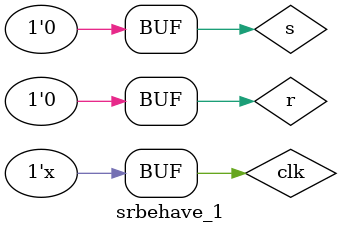
<source format=v>
`timescale 1ns / 1ps


module srbehave_1;

	// Inputs
	reg s;
	reg r;
	reg clk;

	// Outputs
	wire q;
	wire qb;

	// Instantiate the Unit Under Test (UUT)
	clock uut (
		.s(s), 
		.r(r), 
		.q(q), 
		.qb(qb), 
		.clk(clk)
	);
initial clk = 0;
      always #50 clk=~clk;
		

	initial begin
		
		// Initialize Inputs
		s = 1;
		r = 0;
		// Wait 100 ns for global reset to finish
		#100;
        
		// Add stimulus here
	// Initialize Inputs
		s = 0;
		r = 1;
		// Wait 100 ns for global reset to finish
		#100;
        
		// Add stimulus here
	// Initialize Inputs
		s = 0;
		r = 0;
		// Wait 10 ns for global reset to finish
		#100;
        
		// Add stimulus here

	end
      
endmodule


</source>
